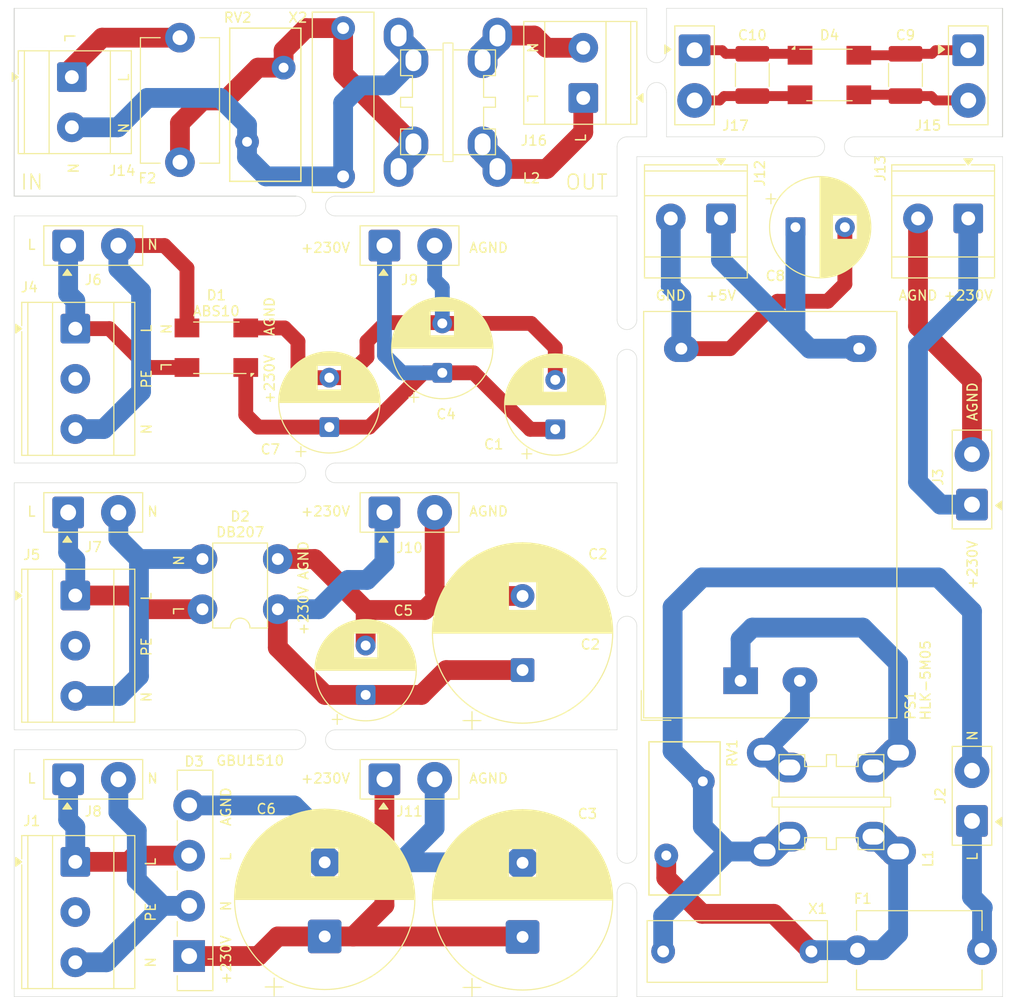
<source format=kicad_pcb>
(kicad_pcb (version 20241229) (generator "pcbnew") (generator_version "9.0")
  (layers (0 "F.Cu" signal) (2 "B.Cu" signal) (13 "F.Paste" user) (15 "B.Paste" user) (5 "F.SilkS" user "F.Silkscreen") (7 "B.SilkS" user "B.Silkscreen") (1 "F.Mask" user) (3 "B.Mask" user) (25 "Edge.Cuts" user))
  (net 0 "")
  (net 1 "/High Voltage/DC1+230V")
  (net 2 "/High Voltage/DC1-230V")
  (net 3 "/High Voltage/DC2-230V")
  (net 4 "/High Voltage/DC2+230V")
  (net 5 "/High Voltage/DC3+230V")
  (net 6 "/High Voltage/DC3-230V")
  (net 7 "/High Voltage/N1")
  (net 8 "/High Voltage/L1")
  (net 9 "/High Voltage/L2")
  (net 10 "/High Voltage/N2")
  (net 11 "/High Voltage/L3")
  (net 12 "/High Voltage/N3")
  (net 13 "/High Voltage/PE1")
  (net 14 "/High Voltage/PE2")
  (net 15 "/High Voltage/PE3")
  (net 16 "/High Voltage/DC+5V")
  (net 17 "/High Voltage/DC-GND")
  (net 18 "/High Voltage/TIN_L")
  (net 19 "/High Voltage/DCP+230V")
  (net 20 "/High Voltage/DCP-230V")
  (net 21 "/High Voltage/TOUT_N")
  (net 22 "/High Voltage/TOUT_L")
  (net 23 "/High Voltage/LP")
  (net 24 "/High Voltage/NP")
  (net 25 "/High Voltage/L4")
  (net 26 "/High Voltage/TIN_L4")
  (net 27 "/High Voltage/N4")
  (net 28 "/High Voltage/TOUT_N4")
  (net 29 "/High Voltage/TOUT_L4")
  (net 30 "/High Voltage/L5")
  (net 31 "/High Voltage/N5")
  (net 32 "/High Voltage/+5")
  (net 33 "/High Voltage/-5")
  (footprint "TerminalBlock_Phoenix:TerminalBlock_Phoenix_MKDS-3-3-5.08_1x03_P5.08mm_Horizontal" (layer "F.Cu") (at 51.1825 72.406 -90)
    (property "Reference" "J4")
    (property "Value" "AC-Input-230V")
  )
  (footprint "TerminalBlock_Phoenix:TerminalBlock_Phoenix_MKDS-3-3-5.08_1x03_P5.08mm_Horizontal" (layer "F.Cu") (at 51.1825 99.406 -90)
    (property "Reference" "J5")
    (property "Value" "AC-Input-230V")
  )
  (footprint "Capacitor_THT:CP_Radial_D10.0mm_P5.00mm" (layer "F.Cu") (at 99.745 82.59 90)
    (property "Reference" "C1")
    (property "Value" "6.8uF")
  )
  (footprint "zhaw:TerminalBlock_P5.08mm_Horizontal" (layer "F.Cu") (at 53 64)
    (property "Reference" "J6")
    (property "Value" "AC-P-230V")
  )
  (footprint "Diode_THT:Diode_Bridge_Vishay_GBU" (layer "F.Cu") (at 62.7 135.885 90)
    (property "Reference" "D3")
    (property "Value" "GBU1510")
  )
  (footprint "Capacitor_THT:CP_Radial_D18.0mm_P7.50mm" (layer "F.Cu") (at 96.435 106.95278 90)
    (property "Reference" "C2")
    (property "Value" "100uF")
  )
  (footprint "Converter_ACDC:Converter_ACDC_Hi-Link_HLK-5Mxx" (layer "F.Cu") (at 118.4995 108.029 90)
    (property "Reference" "PS1")
    (property "Value" "HLK-5M05")
  )
  (footprint "TerminalBlock_Phoenix:TerminalBlock_Phoenix_MKDS-3-2-5.08_1x02_P5.08mm_Horizontal" (layer "F.Cu") (at 50.8325 46.955 -90)
    (property "Reference" "J14")
    (property "Value" "AC-Input-230V")
  )
  (footprint "Capacitor_THT:CP_Radial_D18.0mm_P7.50mm" (layer "F.Cu") (at 76.416 133.90178 90)
    (property "Reference" "C6")
    (property "Value" "100uF")
  )
  (footprint "zhaw:Fuse_Cylinder_3.6x10mm_Horizontal" (layer "F.Cu") (at 61.772 42.966 -90)
    (property "Reference" "F2")
    (property "Value" "Fuse")
  )
  (footprint "Capacitor_THT:CP_Radial_D10.0mm_P5.00mm" (layer "F.Cu") (at 124.047323 62.143)
    (property "Reference" "C8")
    (property "Value" "220uF")
  )
  (footprint "Varistor:RV_Disc_D15.5mm_W7.2mm_P7.5mm" (layer "F.Cu") (at 110.976 125.71 90)
    (property "Reference" "RV1")
    (property "Value" "Varistor")
  )
  (footprint "Diode_SMD:Diode_Bridge_Diotec_ABS" (layer "F.Cu") (at 127.485 46.744)
    (property "Reference" "D4")
    (property "Value" "ABS10")
  )
  (footprint "TerminalBlock_Phoenix:TerminalBlock_Phoenix_MKDS-3-2-5.08_1x02_P5.08mm_Horizontal" (layer "F.Cu") (at 116.514 61.254 180)
    (property "Reference" "J12")
    (property "Value" "DC-Output-5V")
  )
  (footprint "Diode_SMD:Diode_Bridge_Diotec_ABS" (layer "F.Cu") (at 65.455 74.335 180)
    (property "Reference" "D1")
    (property "Value" "ABS10")
  )
  (footprint "Capacitor_SMD:C_1812_4532Metric_Pad1.57x3.40mm_HandSolder" (layer "F.Cu") (at 135.178 46.7375 -90)
    (property "Reference" "C9")
    (property "Value" "0.1uF")
  )
  (footprint "Capacitor_THT:CP_Radial_D18.0mm_P7.50mm" (layer "F.Cu") (at 96.435 133.95278 90)
    (property "Reference" "C3")
    (property "Value" "100uF")
  )
  (footprint "zhaw:TerminalBlock_P5.08mm_Horizontal" (layer "F.Cu") (at 141.528 46.776 -90)
    (property "Reference" "J15")
    (property "Value" "AC-P-230V")
  )
  (footprint "zhaw:TerminalBlock_P5.08mm_Horizontal" (layer "F.Cu") (at 85 64)
    (property "Reference" "J9")
    (property "Value" "DC-P-230V")
  )
  (footprint "zhaw:TerminalBlock_P5.08mm_Horizontal" (layer "F.Cu") (at 85 118)
    (property "Reference" "J11")
    (property "Value" "DC-P-230V")
  )
  (footprint "TerminalBlock_Phoenix:TerminalBlock_Phoenix_MKDS-3-2-5.08_1x02_P5.08mm_Horizontal" (layer "F.Cu") (at 141.528 61.254 180)
    (property "Reference" "J13")
    (property "Value" "DC-Output-230V")
  )
  (footprint "Capacitor_THT:C_Rect_L18.0mm_W6.0mm_P15.00mm_FKS3_FKP3" (layer "F.Cu") (at 78.282 42 -90)
    (property "Reference" "X2")
    (property "Value" "0.1uF")
  )
  (footprint "Capacitor_THT:C_Rect_L18.0mm_W6.0mm_P15.00mm_FKS3_FKP3" (layer "F.Cu") (at 125.66 135.422 180)
    (property "Reference" "X1")
    (property "Value" "0.1uF")
  )
  (footprint "TerminalBlock_Phoenix:TerminalBlock_Phoenix_MKDS-3-2-5.08_1x02_P5.08mm_Horizontal" (layer "F.Cu") (at 102.5795 49.067 90)
    (property "Reference" "J16")
    (property "Value" "AC-Output-230V")
  )
  (footprint "Capacitor_SMD:C_1812_4532Metric_Pad1.57x3.40mm_HandSolder" (layer "F.Cu") (at 119.684 46.7375 -90)
    (property "Reference" "C10")
    (property "Value" "0.1uF")
  )
  (footprint "zhaw:L_CommonMode_UU9.8_UU10.5" (layer "F.Cu") (at 127.685 120.309 -90)
    (property "Reference" "L1")
    (property "Value" "UU9.8 10mH")
  )
  (footprint "zhaw:TerminalBlock_P5.08mm_Horizontal" (layer "F.Cu") (at 53 91)
    (property "Reference" "J7")
    (property "Value" "AC-P-230V")
  )
  (footprint "Capacitor_THT:CP_Radial_D10.0mm_P5.00mm" (layer "F.Cu") (at 76.885 82.367677 90)
    (property "Reference" "C7")
    (property "Value" "6.8uF")
  )
  (footprint "Diode_THT:Diode_Bridge_DIP-4_W7.62mm_P5.08mm" (layer "F.Cu") (at 71.67 100.795 180)
    (property "Reference" "D2")
    (property "Value" "DB207")
  )
  (footprint "zhaw:TerminalBlock_P5.08mm_Horizontal" (layer "F.Cu") (at 113.842 46.776 -90)
    (property "Reference" "J17")
    (property "Value" "AC-P-230V")
  )
  (footprint "zhaw:L_CommonMode_UU9.8_UU10.5" (layer "F.Cu") (at 88.894 49.502 180)
    (property "Reference" "L2")
    (property "Value" "UU9.8 10mH")
  )
  (footprint "Capacitor_THT:CP_Radial_D10.0mm_P5.00mm" (layer "F.Cu") (at 80.56 109.465 90)
    (property "Reference" "C5")
    (property "Value" "6.8uF")
  )
  (footprint "TerminalBlock_Phoenix:TerminalBlock_Phoenix_MKDS-3-3-5.08_1x03_P5.08mm_Horizontal" (layer "F.Cu") (at 51.1825 126.355 -90)
    (property "Reference" "J1")
    (property "Value" "AC-Input-230V")
  )
  (footprint "Varistor:RV_Disc_D15.5mm_W7.2mm_P7.5mm" (layer "F.Cu") (at 72.258 46 -90)
    (property "Reference" "RV2")
    (property "Value" "Varistor")
  )
  (footprint "zhaw:TerminalBlock_P5.08mm_Horizontal" (layer "F.Cu") (at 141.909 87.67 90)
    (property "Reference" "J3")
    (property "Value" "DC-P-230V")
  )
  (footprint "zhaw:TerminalBlock_P5.08mm_Horizontal" (layer "F.Cu") (at 85 91)
    (property "Reference" "J10")
    (property "Value" "DC-P-230V")
  )
  (footprint "zhaw:Fuse_Cylinder_3.6x10mm_Horizontal" (layer "F.Cu") (at 142.925 135.295 180)
    (property "Reference" "F1")
    (property "Value" "Fuse")
  )
  (footprint "zhaw:TerminalBlock_P5.08mm_Horizontal" (layer "F.Cu") (at 141.909 119.674 90)
    (property "Reference" "J2")
    (property "Value" "AC-P-230V")
  )
  (footprint "Capacitor_THT:CP_Radial_D10.0mm_P5.00mm" (layer "F.Cu") (at 88.315 76.875 90)
    (property "Reference" "C4")
    (property "Value" "6.8uF")
  )
  (footprint "zhaw:TerminalBlock_P5.08mm_Horizontal" (layer "F.Cu") (at 53 118)
    (property "Reference" "J8")
    (property "Value" "AC-P-230V")
  )
  (gr_line (start 109 53) (end 109 48.5) (stroke (width 0.05)) (layer "Edge.Cuts"))
  (gr_arc (start 109 48.5) (mid 110 47.5) (end 111 48.5) (stroke (width 0.05)) (layer "Edge.Cuts"))
  (gr_line (start 108 102.5) (end 108 125.5) (stroke (width 0.05)) (layer "Edge.Cuts"))
  (gr_line (start 145 55) (end 130 55) (stroke (width 0.05)) (layer "Edge.Cuts"))
  (gr_line (start 45 86) (end 73.5 86) (stroke (width 0.05)) (layer "Edge.Cuts"))
  (gr_arc (start 108 71.5) (mid 107 72.5) (end 106 71.5) (stroke (width 0.05)) (layer "Edge.Cuts"))
  (gr_line (start 145 40) (end 145 53) (stroke (width 0.1)) (layer "Edge.Cuts"))
  (gr_line (start 45 88) (end 73.5 88) (stroke (width 0.05)) (layer "Edge.Cuts"))
  (gr_line (start 108 129.5) (end 108 140) (stroke (width 0.05)) (layer "Edge.Cuts"))
  (gr_arc (start 73.5 113) (mid 74.5 114) (end 73.5 115) (stroke (width 0.05)) (layer "Edge.Cuts"))
  (gr_line (start 77.5 88) (end 106 88) (stroke (width 0.05)) (layer "Edge.Cuts"))
  (gr_line (start 106 61) (end 106 71.5) (stroke (width 0.05)) (layer "Edge.Cuts"))
  (gr_arc (start 108 98.5) (mid 107 99.5) (end 106 98.5) (stroke (width 0.05)) (layer "Edge.Cuts"))
  (gr_line (start 45 140) (end 45 115) (stroke (width 0.05)) (layer "Edge.Cuts"))
  (gr_line (start 45 61) (end 45 86) (stroke (width 0.05)) (layer "Edge.Cuts"))
  (gr_line (start 130 53) (end 145 53) (stroke (width 0.05)) (layer "Edge.Cuts"))
  (gr_arc (start 106 102.5) (mid 107 101.5) (end 108 102.5) (stroke (width 0.05)) (layer "Edge.Cuts"))
  (gr_line (start 106 102.5) (end 106 113) (stroke (width 0.05)) (layer "Edge.Cuts"))
  (gr_line (start 77.5 113) (end 106 113) (stroke (width 0.05)) (layer "Edge.Cuts"))
  (gr_line (start 107 53) (end 109 53) (stroke (width 0.05)) (layer "Edge.Cuts"))
  (gr_arc (start 73.5 59) (mid 74.5 60) (end 73.5 61) (stroke (width 0.05)) (layer "Edge.Cuts"))
  (gr_arc (start 106 75.5) (mid 107 74.5) (end 108 75.5) (stroke (width 0.05)) (layer "Edge.Cuts"))
  (gr_line (start 106 59) (end 106 54) (stroke (width 0.05)) (layer "Edge.Cuts"))
  (gr_line (start 77.5 61) (end 106 61) (stroke (width 0.05)) (layer "Edge.Cuts"))
  (gr_arc (start 73.5 86) (mid 74.5 87) (end 73.5 88) (stroke (width 0.05)) (layer "Edge.Cuts"))
  (gr_line (start 108 140) (end 145 140) (stroke (width 0.05)) (layer "Edge.Cuts"))
  (gr_arc (start 130 55) (mid 129 54) (end 130 53) (stroke (width 0.05)) (layer "Edge.Cuts"))
  (gr_arc (start 77.5 115) (mid 76.5 114) (end 77.5 113) (stroke (width 0.05)) (layer "Edge.Cuts"))
  (gr_arc (start 111 44.5) (mid 110 45.5) (end 109 44.5) (stroke (width 0.05)) (layer "Edge.Cuts"))
  (gr_line (start 73.5 113) (end 45 113) (stroke (width 0.05)) (layer "Edge.Cuts"))
  (gr_line (start 109 44.5) (end 109 40) (stroke (width 0.05)) (layer "Edge.Cuts"))
  (gr_line (start 111 44.5) (end 111 40) (stroke (width 0.05)) (layer "Edge.Cuts"))
  (gr_line (start 109 40) (end 45 40) (stroke (width 0.05)) (layer "Edge.Cuts"))
  (gr_line (start 77.5 59) (end 106 59) (stroke (width 0.05)) (layer "Edge.Cuts"))
  (gr_line (start 73.5 59) (end 45 59) (stroke (width 0.1)) (layer "Edge.Cuts"))
  (gr_arc (start 108 125.5) (mid 107 126.5) (end 106 125.5) (stroke (width 0.05)) (layer "Edge.Cuts"))
  (gr_arc (start 106 129.5) (mid 107 128.5) (end 108 129.5) (stroke (width 0.05)) (layer "Edge.Cuts"))
  (gr_arc (start 106 54) (mid 106.292893 53.292893) (end 107 53) (stroke (width 0.05)) (layer "Edge.Cuts"))
  (gr_line (start 45 61) (end 73.5 61) (stroke (width 0.05)) (layer "Edge.Cuts"))
  (gr_arc (start 126 53) (mid 127 54) (end 126 55) (stroke (width 0.05)) (layer "Edge.Cuts"))
  (gr_line (start 106 140) (end 45 140) (stroke (width 0.05)) (layer "Edge.Cuts"))
  (gr_line (start 145 140) (end 145 55) (stroke (width 0.05)) (layer "Edge.Cuts"))
  (gr_line (start 108 75.5) (end 108 98.5) (stroke (width 0.05)) (layer "Edge.Cuts"))
  (gr_line (start 111 53) (end 126 53) (stroke (width 0.05)) (layer "Edge.Cuts"))
  (gr_arc (start 77.5 61) (mid 76.5 60) (end 77.5 59) (stroke (width 0.05)) (layer "Edge.Cuts"))
  (gr_arc (start 77.5 88) (mid 76.5 87) (end 77.5 86) (stroke (width 0.05)) (layer "Edge.Cuts"))
  (gr_line (start 126 55) (end 108 55) (stroke (width 0.05)) (layer "Edge.Cuts"))
  (gr_line (start 106 129.5) (end 106 140) (stroke (width 0.05)) (layer "Edge.Cuts"))
  (gr_line (start 77.5 115) (end 106 115) (stroke (width 0.05)) (layer "Edge.Cuts"))
  (gr_line (start 111 48.5) (end 111 53) (stroke (width 0.05)) (layer "Edge.Cuts"))
  (gr_line (start 77.5 86) (end 106 86) (stroke (width 0.05)) (layer "Edge.Cuts"))
  (gr_line (start 106 75.5) (end 106 86) (stroke (width 0.05)) (layer "Edge.Cuts"))
  (gr_line (start 111 40) (end 145 40) (stroke (width 0.05)) (layer "Edge.Cuts"))
  (gr_line (start 45 113) (end 45 88) (stroke (width 0.05)) (layer "Edge.Cuts"))
  (gr_line (start 108 55) (end 108 71.5) (stroke (width 0.05)) (layer "Edge.Cuts"))
  (gr_line (start 106 115) (end 106 125.5) (stroke (width 0.05)) (layer "Edge.Cuts"))
  (gr_line (start 45 115) (end 73.5 115) (stroke (width 0.05)) (layer "Edge.Cuts"))
  (gr_line (start 45 59) (end 45 40) (stroke (width 0.1)) (layer "Edge.Cuts"))
  (gr_line (start 106 88) (end 106 98.5) (stroke (width 0.05)) (layer "Edge.Cuts"))
  (gr_text "N" (at 67.018 131.44 90) (layer "F.SilkS") (effects (font (size 1 1)) (justify left bottom)))
  (gr_text "L" (at 96.824 49.062 270) (layer "F.SilkS") (effects (font (size 1 1)) (justify bottom)))
  (gr_text "PE" (at 59.398 131.44 90) (layer "F.SilkS") (effects (font (size 1 1)) (justify bottom)))
  (gr_text "AGND" (at 142.544 79.796 90) (layer "F.SilkS") (effects (font (size 1 1)) (justify bottom)))
  (gr_text "N" (at 50.342 56.174 270) (layer "F.SilkS") (effects (font (size 1 1)) (justify bottom)))
  (gr_text "+230V" (at 141.528 69.636 0) (layer "F.SilkS") (effects (font (size 1 1)) (justify bottom)))
  (gr_text "+230V" (at 67.018 136.266 90) (layer "F.SilkS") (effects (font (size 1 1)) (justify bottom)))
  (gr_text "IN" (at 46.786 58.46 0) (layer "F.SilkS") (effects (font (size 1.5 1.5)) (justify bottom)))
  (gr_text "L" (at 67.018 126.36 90) (layer "F.SilkS") (effects (font (size 1 1)) (justify left bottom)))
  (gr_text "N" (at 142.544 113.578 90) (layer "F.SilkS") (effects (font (size 1 1)) (justify bottom)))
  (gr_text "+230V" (at 76.5 91.48 0) (layer "F.SilkS") (effects (font (size 1 1)) (justify bottom)))
  (gr_text "OUT" (at 102.92 58.46 0) (layer "F.SilkS") (effects (font (size 1.5 1.5)) (justify bottom)))
  (gr_text "L" (at 56.692 47.03 90) (layer "F.SilkS") (effects (font (size 1 1)) (justify bottom)))
  (gr_text "AGND" (at 136.448 69.636 0) (layer "F.SilkS") (effects (font (size 1 1)) (justify bottom)))
  (gr_text "L" (at 142.544 125.828 90) (layer "F.SilkS") (effects (font (size 1 1)) (justify bottom)))
  (gr_text "L" (at 102.92 53.126 90) (layer "F.SilkS") (effects (font (size 1 1)) (justify bottom)))
  (gr_text "L" (at 46.75 64.5 0) (layer "F.SilkS") (effects (font (size 1 1)) (justify bottom)))
  (gr_text "L" (at 58.978 72.411 90) (layer "F.SilkS") (effects (font (size 1 1)) (justify bottom)))
  (gr_text "L" (at 50 42.966 270) (layer "F.SilkS") (effects (font (size 1 1)) (justify bottom)))
  (gr_text "N" (at 61 95.855 270) (layer "F.SilkS") (effects (font (size 1 1)) (justify bottom)))
  (gr_text "N" (at 58.978 82.571 90) (layer "F.SilkS") (effects (font (size 1 1)) (justify bottom)))
  (gr_text "+230V" (at 142.544 96.296 90) (layer "F.SilkS") (effects (font (size 1 1)) (justify bottom)))
  (gr_text "+230V" (at 76.5 64.81 0) (layer "F.SilkS") (effects (font (size 1 1)) (justify bottom)))
  (gr_text "N" (at 59 118.5 0) (layer "F.SilkS") (effects (font (size 1 1)) (justify bottom)))
  (gr_text "N" (at 58.97 109.672 90) (layer "F.SilkS") (effects (font (size 1 1)) (justify bottom)))
  (gr_text "AGND" (at 93 64.81 0) (layer "F.SilkS") (effects (font (size 1 1)) (justify bottom)))
  (gr_text "PE" (at 58.978 77.491 90) (layer "F.SilkS") (effects (font (size 1 1)) (justify bottom)))
  (gr_text "L" (at 46.75 91.5 0) (layer "F.SilkS") (effects (font (size 1 1)) (justify bottom)))
  (gr_text "N" (at 59.398 136.52 90) (layer "F.SilkS") (effects (font (size 1 1)) (justify bottom)))
  (gr_text "L" (at 46.75 118.5 0) (layer "F.SilkS") (effects (font (size 1 1)) (justify bottom)))
  (gr_text "+230V" (at 71.424 77.51 90) (layer "F.SilkS") (effects (font (size 1 1)) (justify bottom)))
  (gr_text "+230V" (at 76.5 118.5 0) (layer "F.SilkS") (effects (font (size 1 1)) (justify bottom)))
  (gr_text "L" (at 59.398 126.36 90) (layer "F.SilkS") (effects (font (size 1 1)) (justify bottom)))
  (gr_text "N" (at 59.74 72.43 270) (layer "F.SilkS") (effects (font (size 1 1)) (justify bottom)))
  (gr_text "N" (at 59 64.5 0) (layer "F.SilkS") (effects (font (size 1 1)) (justify bottom)))
  (gr_text "L" (at 58.97 99.512 90) (layer "F.SilkS") (effects (font (size 1 1)) (justify bottom)))
  (gr_text "L" (at 59.74 76.24 270) (layer "F.SilkS") (effects (font (size 1 1)) (justify bottom)))
  (gr_text "L" (at 61 100.935 270) (layer "F.SilkS") (effects (font (size 1 1)) (justify bottom)))
  (gr_text "N" (at 96.824 43.982 270) (layer "F.SilkS") (effects (font (size 1 1)) (justify bottom)))
  (gr_text "PE" (at 58.97 104.592 90) (layer "F.SilkS") (effects (font (size 1 1)) (justify bottom)))
  (gr_text "GND" (at 111.429 69.636 0) (layer "F.SilkS") (effects (font (size 1 1)) (justify bottom)))
  (gr_text "+5V" (at 116.509 69.636 0) (layer "F.SilkS") (effects (font (size 1 1)) (justify bottom)))
  (gr_text "N" (at 59 91.5 0) (layer "F.SilkS") (effects (font (size 1 1)) (justify bottom)))
  (gr_text "+230V" (at 74.845 100.935 90) (layer "F.SilkS") (effects (font (size 1 1)) (justify bottom)))
  (gr_text "AGND" (at 67.018 120.772 90) (layer "F.SilkS") (effects (font (size 1 1)) (justify bottom)))
  (gr_text "AGND" (at 93 91.48 0) (layer "F.SilkS") (effects (font (size 1 1)) (justify bottom)))
  (gr_text "AGND" (at 71.424 71.16 90) (layer "F.SilkS") (effects (font (size 1 1)) (justify bottom)))
  (gr_text "AGND" (at 74.845 95.855 90) (layer "F.SilkS") (effects (font (size 1 1)) (justify bottom)))
  (gr_text "AGND" (at 93 118.5 0) (layer "F.SilkS") (effects (font (size 1 1)) (justify bottom)))
  (gr_text "N" (at 56.692 52.11 90) (layer "F.SilkS") (effects (font (size 1 1)) (justify bottom)))
  (segment (start 97.205 82.59) (end 99.745 82.59) (width 1.5) (layer "F.Cu") (net 1))
  (segment (start 80.917323 82.367677) (end 86.41 76.875) (width 1.5) (layer "F.Cu") (net 1))
  (segment (start 76.885 82.367677) (end 80.917323 82.367677) (width 1.5) (layer "F.Cu") (net 1))
  (segment (start 68.43 81.12) (end 69.677677 82.367677) (width 1.5) (layer "F.Cu") (net 1))
  (segment (start 86.41 76.875) (end 88.315 76.875) (width 1.5) (layer "F.Cu") (net 1))
  (segment (start 88.315 76.875) (end 91.49 76.875) (width 1.5) (layer "F.Cu") (net 1))
  (segment (start 91.49 76.875) (end 97.205 82.59) (width 1.5) (layer "F.Cu") (net 1))
  (segment (start 69.677677 82.367677) (end 76.885 82.367677) (width 1.5) (layer "F.Cu") (net 1))
  (segment (start 68.43 76.335) (end 68.43 81.12) (width 1.5) (layer "F.Cu") (net 1))
  (segment (start 84.251 76.875) (end 82.46 75.084) (width 1.5) (layer "B.Cu") (net 1))
  (segment (start 82.46 75.084) (end 82.46 64) (width 1.5) (layer "B.Cu") (net 1))
  (segment (start 88.315 76.875) (end 84.251 76.875) (width 1.5) (layer "B.Cu") (net 1))
  (segment (start 88.235 71.795) (end 88.315 71.875) (width 1.5) (layer "F.Cu") (net 2))
  (segment (start 88.315 71.875) (end 97.285 71.875) (width 1.5) (layer "F.Cu") (net 2))
  (segment (start 68.43 72.335) (end 72.345 72.335) (width 1.5) (layer "F.Cu") (net 2))
  (segment (start 74.837677 77.367677) (end 76.885 77.367677) (width 1.5) (layer "F.Cu") (net 2))
  (segment (start 73.71 73.7) (end 73.71 76.24) (width 1.5) (layer "F.Cu") (net 2))
  (segment (start 97.285 71.875) (end 99.745 74.335) (width 1.5) (layer "F.Cu") (net 2))
  (segment (start 76.885 77.367677) (end 78.614823 77.367677) (width 1.5) (layer "F.Cu") (net 2))
  (segment (start 78.614823 77.367677) (end 80.695 75.2875) (width 1.5) (layer "F.Cu") (net 2))
  (segment (start 80.695 75.2875) (end 80.695 73.7) (width 1.5) (layer "F.Cu") (net 2))
  (segment (start 73.71 76.24) (end 74.837677 77.367677) (width 1.5) (layer "F.Cu") (net 2))
  (segment (start 80.695 73.7) (end 82.6 71.795) (width 1.5) (layer "F.Cu") (net 2))
  (segment (start 72.345 72.335) (end 73.71 73.7) (width 1.5) (layer "F.Cu") (net 2))
  (segment (start 82.6 71.795) (end 88.235 71.795) (width 1.5) (layer "F.Cu") (net 2))
  (segment (start 99.745 74.335) (end 99.745 77.59) (width 1.5) (layer "F.Cu") (net 2))
  (segment (start 87.54 67.464) (end 87.54 64) (width 1.5) (layer "B.Cu") (net 2))
  (segment (start 88.315 68.239) (end 87.54 67.464) (width 1.5) (layer "B.Cu") (net 2))
  (segment (start 88.315 71.875) (end 88.315 68.239) (width 1.5) (layer "B.Cu") (net 2))
  (segment (start 87.96222 99.45278) (end 96.435 99.45278) (width 2) (layer "F.Cu") (net 3))
  (segment (start 80.56 100.87) (end 86.545 100.87) (width 2) (layer "F.Cu") (net 3))
  (segment (start 87.54 99.03056) (end 87.54 91) (width 2) (layer "F.Cu") (net 3))
  (segment (start 71.67 95.715) (end 75.405 95.715) (width 2) (layer "F.Cu") (net 3))
  (segment (start 75.405 95.715) (end 80.56 100.87) (width 2) (layer "F.Cu") (net 3))
  (segment (start 80.56 100.87) (end 80.56 104.465) (width 2) (layer "F.Cu") (net 3))
  (segment (start 86.545 100.87) (end 87.96222 99.45278) (width 2) (layer "F.Cu") (net 3))
  (segment (start 87.96222 99.45278) (end 87.54 99.03056) (width 2) (layer "F.Cu") (net 3))
  (segment (start 76.455 109.465) (end 80.56 109.465) (width 2) (layer "F.Cu") (net 4))
  (segment (start 71.67 100.795) (end 71.67 104.68) (width 2) (layer "F.Cu") (net 4))
  (segment (start 71.67 104.68) (end 76.455 109.465) (width 2) (layer "F.Cu") (net 4))
  (segment (start 88.71722 106.95278) (end 96.435 106.95278) (width 2) (layer "F.Cu") (net 4))
  (segment (start 80.56 109.465) (end 86.205 109.465) (width 2) (layer "F.Cu") (net 4))
  (segment (start 86.205 109.465) (end 88.71722 106.95278) (width 2) (layer "F.Cu") (net 4))
  (segment (start 82.46 91) (end 82.46 96.065) (width 2) (layer "B.Cu") (net 4))
  (segment (start 78.79 97.83) (end 75.825 100.795) (width 2) (layer "B.Cu") (net 4))
  (segment (start 82.46 96.065) (end 80.695 97.83) (width 2) (layer "B.Cu") (net 4))
  (segment (start 75.825 100.795) (end 71.67 100.795) (width 2) (layer "B.Cu") (net 4))
  (segment (start 80.695 97.83) (end 78.79 97.83) (width 2) (layer "B.Cu") (net 4))
  (segment (start 82.46 130.73978) (end 79.298 133.90178) (width 2) (layer "F.Cu") (net 5))
  (segment (start 82.46 118) (end 82.46 130.73978) (width 2) (layer "F.Cu") (net 5))
  (segment (start 79.298 133.90178) (end 96.384 133.90178) (width 2) (layer "F.Cu") (net 5))
  (segment (start 71.67422 133.90178) (end 76.416 133.90178) (width 2) (layer "F.Cu") (net 5))
  (segment (start 76.416 133.90178) (end 79.298 133.90178) (width 2) (layer "F.Cu") (net 5))
  (segment (start 62.7 135.885) (end 69.691 135.885) (width 2) (layer "F.Cu") (net 5))
  (segment (start 69.691 135.885) (end 71.67422 133.90178) (width 2) (layer "F.Cu") (net 5))
  (segment (start 96.384 133.90178) (end 96.435 133.95278) (width 2) (layer "F.Cu") (net 5))
  (segment (start 87.54 122.93498) (end 84.0732 126.40178) (width 2) (layer "B.Cu") (net 6))
  (segment (start 96.384 126.40178) (end 96.435 126.45278) (width 2) (layer "B.Cu") (net 6))
  (segment (start 84.0732 126.40178) (end 96.384 126.40178) (width 2) (layer "B.Cu") (net 6))
  (segment (start 62.7 120.645) (end 73.3094 120.645) (width 2) (layer "B.Cu") (net 6))
  (segment (start 73.3094 120.645) (end 76.416 123.7516) (width 2) (layer "B.Cu") (net 6))
  (segment (start 87.54 118) (end 87.54 122.93498) (width 2) (layer "B.Cu") (net 6))
  (segment (start 76.416 123.7516) (end 76.416 126.40178) (width 2) (layer "B.Cu") (net 6))
  (segment (start 76.416 126.40178) (end 84.0732 126.40178) (width 2) (layer "B.Cu") (net 6))
  (segment (start 60.2 64) (end 62.48 66.28) (width 1.5) (layer "F.Cu") (net 7))
  (segment (start 62.48 66.28) (end 62.48 72.335) (width 1.5) (layer "F.Cu") (net 7))
  (segment (start 55.54 64) (end 60.2 64) (width 1.5) (layer "F.Cu") (net 7))
  (segment (start 55.54 66.325) (end 55.54 64) (width 2) (layer "B.Cu") (net 7))
  (segment (start 54.049 82.566) (end 57.835 78.78) (width 2) (layer "B.Cu") (net 7))
  (segment (start 51.1825 82.566) (end 54.049 82.566) (width 2) (layer "B.Cu") (net 7))
  (segment (start 57.835 78.78) (end 57.835 68.62) (width 2) (layer "B.Cu") (net 7))
  (segment (start 57.835 68.62) (end 55.54 66.325) (width 2) (layer "B.Cu") (net 7))
  (segment (start 54.636 72.406) (end 58.565 76.335) (width 1.5) (layer "F.Cu") (net 8))
  (segment (start 51.1825 72.406) (end 54.636 72.406) (width 1.5) (layer "F.Cu") (net 8))
  (segment (start 58.565 76.335) (end 62.48 76.335) (width 1.5) (layer "F.Cu") (net 8))
  (segment (start 51.1825 69.5875) (end 51.1825 72.406) (width 2) (layer "B.Cu") (net 8))
  (segment (start 50.46 68.865) (end 51.1825 69.5875) (width 2) (layer "B.Cu") (net 8))
  (segment (start 50.46 64) (end 50.46 68.865) (width 2) (layer "B.Cu") (net 8))
  (segment (start 56.871 99.406) (end 58.26 100.795) (width 2) (layer "F.Cu") (net 9))
  (segment (start 58.26 100.795) (end 64.05 100.795) (width 2) (layer "F.Cu") (net 9))
  (segment (start 51.1825 99.406) (end 56.871 99.406) (width 2) (layer "F.Cu") (net 9))
  (segment (start 51.1825 99.406) (end 51.1825 95.7675) (width 2) (layer "B.Cu") (net 9))
  (segment (start 51.1825 95.7675) (end 50.46 95.045) (width 2) (layer "B.Cu") (net 9))
  (segment (start 50.46 95.045) (end 50.46 91) (width 2) (layer "B.Cu") (net 9))
  (segment (start 55.54 93.63) (end 57.625 95.715) (width 2) (layer "B.Cu") (net 10))
  (segment (start 55.624 109.566) (end 57.625 107.565) (width 2) (layer "B.Cu") (net 10))
  (segment (start 57.625 95.715) (end 64.05 95.715) (width 2) (layer "B.Cu") (net 10))
  (segment (start 55.54 91) (end 55.54 93.63) (width 2) (layer "B.Cu") (net 10))
  (segment (start 51.1825 109.566) (end 55.624 109.566) (width 2) (layer "B.Cu") (net 10))
  (segment (start 57.625 107.565) (end 57.625 95.715) (width 2) (layer "B.Cu") (net 10))
  (segment (start 51.1825 126.355) (end 56.5642 126.355) (width 2) (layer "F.Cu") (net 11))
  (segment (start 56.5642 126.355) (end 57.1942 125.725) (width 2) (layer "F.Cu") (net 11))
  (segment (start 57.1942 125.725) (end 62.7 125.725) (width 2) (layer "F.Cu") (net 11))
  (segment (start 50.46 122.096) (end 50.46 118) (width 2) (layer "B.Cu") (net 11))
  (segment (start 51.1825 122.8185) (end 50.46 122.096) (width 2) (layer "B.Cu") (net 11))
  (segment (start 51.1825 126.355) (end 51.1825 122.8185) (width 2) (layer "B.Cu") (net 11))
  (segment (start 54.329 136.515) (end 60.039 130.805) (width 2) (layer "B.Cu") (net 12))
  (segment (start 55.54 121.316) (end 57.4032 123.1792) (width 2) (layer "B.Cu") (net 12))
  (segment (start 51.1825 136.515) (end 54.329 136.515) (width 2) (layer "B.Cu") (net 12))
  (segment (start 55.54 118) (end 55.54 121.316) (width 2) (layer "B.Cu") (net 12))
  (segment (start 57.4032 128.1692) (end 60.039 130.805) (width 2) (layer "B.Cu") (net 12))
  (segment (start 57.4032 123.1792) (end 57.4032 128.1692) (width 2) (layer "B.Cu") (net 12))
  (segment (start 60.039 130.805) (end 62.7 130.805) (width 2) (layer "B.Cu") (net 12))
  (segment (start 116.514 61.254) (end 116.514 65.45) (width 2) (layer "B.Cu") (net 16))
  (segment (start 125.493 74.429) (end 124.047323 72.983323) (width 2) (layer "B.Cu") (net 16))
  (segment (start 130.4995 74.429) (end 125.493 74.429) (width 2) (layer "B.Cu") (net 16))
  (segment (start 124.047323 62.143) (end 124.047323 72.983323) (width 2) (layer "B.Cu") (net 16))
  (segment (start 116.514 65.45) (end 124.047323 72.983323) (width 2) (layer "B.Cu") (net 16))
  (segment (start 129.047323 62.143) (end 129.047323 67.892677) (width 1.5) (layer "F.Cu") (net 17))
  (segment (start 127.304 69.636) (end 122.224 69.636) (width 1.5) (layer "F.Cu") (net 17))
  (segment (start 129.047323 67.892677) (end 127.304 69.636) (width 1.5) (layer "F.Cu") (net 17))
  (segment (start 122.224 69.636) (end 117.431 74.429) (width 1.5) (layer "F.Cu") (net 17))
  (segment (start 117.431 74.429) (end 112.4995 74.429) (width 1.5) (layer "F.Cu") (net 17))
  (segment (start 112.4995 69.2005) (end 112.4995 74.429) (width 2) (layer "B.Cu") (net 17))
  (segment (start 111.434 61.254) (end 111.434 68.135) (width 2) (layer "B.Cu") (net 17))
  (segment (start 111.434 68.135) (end 112.4995 69.2005) (width 2) (layer "B.Cu") (net 17))
  (segment (start 133.435 125.309) (end 131.935 123.809) (width 2) (layer "F.Cu") (net 18))
  (segment (start 134.435 125.309) (end 133.435 125.309) (width 2) (layer "F.Cu") (net 18))
  (segment (start 110.976 127.976) (end 114.612 131.612) (width 2) (layer "F.Cu") (net 18))
  (segment (start 131.935 123.809) (end 132.935 123.809) (width 2) (layer "F.Cu") (net 18))
  (segment (start 110.976 125.71) (end 110.976 127.976) (width 2) (layer "F.Cu") (net 18))
  (segment (start 121.85 131.612) (end 125.66 135.422) (width 2) (layer "F.Cu") (net 18))
  (segment (start 132.935 123.809) (end 134.435 125.309) (width 2) (layer "F.Cu") (net 18))
  (segment (start 114.612 131.612) (end 121.85 131.612) (width 2) (layer "F.Cu") (net 18))
  (segment (start 130.325 135.295) (end 125.787 135.295) (width 2) (layer "B.Cu") (net 18))
  (segment (start 134.435 125.309) (end 133.435 125.309) (width 2) (layer "B.Cu") (net 18))
  (segment (start 125.787 135.295) (end 125.66 135.422) (width 2) (layer "B.Cu") (net 18))
  (segment (start 133.435 125.309) (end 131.935 123.809) (width 2) (layer "B.Cu") (net 18))
  (segment (start 131.935 123.809) (end 132.935 123.809) (width 2) (layer "B.Cu") (net 18))
  (segment (start 134.435 133.625) (end 134.435 125.309) (width 2) (layer "B.Cu") (net 18))
  (segment (start 130.325 135.295) (end 132.765 135.295) (width 2) (layer "B.Cu") (net 18))
  (segment (start 132.935 123.809) (end 134.435 125.309) (width 2) (layer "B.Cu") (net 18))
  (segment (start 132.765 135.295) (end 134.435 133.625) (width 2) (layer "B.Cu") (net 18))
  (segment (start 141.528 69.128) (end 136.448 74.208) (width 2) (layer "B.Cu") (net 19))
  (segment (start 136.448 74.208) (end 136.448 87.924) (width 2) (layer "B.Cu") (net 19))
  (segment (start 138.734 90.21) (end 141.909 90.21) (width 2) (layer "B.Cu") (net 19))
  (segment (start 141.528 61.254) (end 141.528 69.128) (width 2) (layer "B.Cu") (net 19))
  (segment (start 136.448 87.924) (end 138.734 90.21) (width 2) (layer "B.Cu") (net 19))
  (segment (start 136.448 61.254) (end 136.448 72.176) (width 2) (layer "F.Cu") (net 20))
  (segment (start 136.448 72.176) (end 141.909 77.637) (width 2) (layer "F.Cu") (net 20))
  (segment (start 141.909 77.637) (end 141.909 85.13) (width 2) (layer "F.Cu") (net 20))
  (segment (start 120.935 115.309) (end 121.935 115.309) (width 2) (layer "F.Cu") (net 21))
  (segment (start 122.435 116.809) (end 120.935 115.309) (width 2) (layer "F.Cu") (net 21))
  (segment (start 123.435 116.809) (end 122.435 116.809) (width 2) (layer "F.Cu") (net 21))
  (segment (start 121.935 115.309) (end 123.435 116.809) (width 2) (layer "F.Cu") (net 21))
  (segment (start 120.935 115.309) (end 121.935 115.309) (width 2) (layer "B.Cu") (net 21))
  (segment (start 124.4995 111.5565) (end 124.4995 108.029) (width 2) (layer "B.Cu") (net 21))
  (segment (start 121.935 115.309) (end 123.435 116.809) (width 2) (layer "B.Cu") (net 21))
  (segment (start 120.935 115.121) (end 124.4995 111.5565) (width 2) (layer "B.Cu") (net 21))
  (segment (start 123.435 116.809) (end 122.435 116.809) (width 2) (layer "B.Cu") (net 21))
  (segment (start 122.435 116.809) (end 120.935 115.309) (width 2) (layer "B.Cu") (net 21))
  (segment (start 120.935 115.309) (end 120.935 115.121) (width 2) (layer "B.Cu") (net 21))
  (segment (start 131.935 116.809) (end 132.935 116.809) (width 2) (layer "F.Cu") (net 22))
  (segment (start 133.435 115.309) (end 131.935 116.809) (width 2) (layer "F.Cu") (net 22))
  (segment (start 134.435 115.309) (end 133.435 115.309) (width 2) (layer "F.Cu") (net 22))
  (segment (start 132.935 116.809) (end 134.435 115.309) (width 2) (layer "F.Cu") (net 22))
  (segment (start 118.4995 103.8405) (end 118.4995 108.029) (width 2) (layer "B.Cu") (net 22))
  (segment (start 134.435 106.231) (end 130.86 102.656) (width 2) (layer "B.Cu") (net 22))
  (segment (start 132.935 116.809) (end 134.435 115.309) (width 2) (layer "B.Cu") (net 22))
  (segment (start 134.435 115.309) (end 133.435 115.309) (width 2) (layer "B.Cu") (net 22))
  (segment (start 131.935 116.809) (end 132.935 116.809) (width 2) (layer "B.Cu") (net 22))
  (segment (start 130.86 102.656) (end 119.684 102.656) (width 2) (layer "B.Cu") (net 22))
  (segment (start 119.684 102.656) (end 118.4995 103.8405) (width 2) (layer "B.Cu") (net 22))
  (segment (start 134.435 115.309) (end 134.435 106.231) (width 2) (layer "B.Cu") (net 22))
  (segment (start 133.435 115.309) (end 131.935 116.809) (width 2) (layer "B.Cu") (net 22))
  (segment (start 143 131) (end 142.925 131.075) (width 2) (layer "B.Cu") (net 23))
  (segment (start 141.909 122.214) (end 141.909 129.909) (width 2) (layer "B.Cu") (net 23))
  (segment (start 141.909 129.909) (end 143 131) (width 2) (layer "B.Cu") (net 23))
  (segment (start 142.925 131.075) (end 142.925 135.295) (width 2) (layer "B.Cu") (net 23))
  (segment (start 120.935 125.309) (end 121.935 125.309) (width 2) (layer "F.Cu") (net 24))
  (segment (start 120.935 125.309) (end 122.435 123.809) (width 2) (layer "F.Cu") (net 24))
  (segment (start 122.435 123.809) (end 123.435 123.809) (width 2) (layer "F.Cu") (net 24))
  (segment (start 121.935 125.309) (end 123.435 123.809) (width 2) (layer "F.Cu") (net 24))
  (segment (start 141.909 117.134) (end 141.909 101.005) (width 2) (layer "B.Cu") (net 24))
  (segment (start 120.935 125.309) (end 121.935 125.309) (width 2) (layer "B.Cu") (net 24))
  (segment (start 114.604 97.576) (end 111.62 100.56) (width 2) (layer "B.Cu") (net 24))
  (segment (start 121.935 125.309) (end 123.435 123.809) (width 2) (layer "B.Cu") (net 24))
  (segment (start 117.191 125.309) (end 120.935 125.309) (width 2) (layer "B.Cu") (net 24))
  (segment (start 110.66 131.84) (end 117.191 125.309) (width 2) (layer "B.Cu") (net 24))
  (segment (start 111.62 115.154) (end 114.676 118.21) (width 2) (layer "B.Cu") (net 24))
  (segment (start 111.62 100.56) (end 111.62 115.154) (width 2) (layer "B.Cu") (net 24))
  (segment (start 123.435 123.809) (end 122.435 123.809) (width 2) (layer "B.Cu") (net 24))
  (segment (start 122.435 123.809) (end 120.935 125.309) (width 2) (layer "B.Cu") (net 24))
  (segment (start 110.66 135.422) (end 110.66 131.84) (width 2) (layer "B.Cu") (net 24))
  (segment (start 114.676 122.794) (end 117.191 125.309) (width 2) (layer "B.Cu") (net 24))
  (segment (start 114.676 118.21) (end 114.676 122.794) (width 2) (layer "B.Cu") (net 24))
  (segment (start 141.909 101.005) (end 138.48 97.576) (width 2) (layer "B.Cu") (net 24))
  (segment (start 138.48 97.576) (end 114.604 97.576) (width 2) (layer "B.Cu") (net 24))
  (segment (start 53.898 42.966) (end 61.772 42.966) (width 2) (layer "F.Cu") (net 25))
  (segment (start 50.8325 46.0315) (end 53.898 42.966) (width 2) (layer "F.Cu") (net 25))
  (segment (start 50.8325 46.955) (end 50.8325 46.0315) (width 2) (layer "F.Cu") (net 25))
  (segment (start 66.344 49.316) (end 69.66 46) (width 2) (layer "F.Cu") (net 26))
  (segment (start 83.894 56.252) (end 83.894 55.252) (width 2) (layer "F.Cu") (net 26))
  (segment (start 69.66 46) (end 72.258 46) (width 2) (layer "F.Cu") (net 26))
  (segment (start 78.282 42) (end 78.282 46.64) (width 2) (layer "F.Cu") (net 26))
  (segment (start 85.394 53.752) (end 85.394 54.752) (width 2) (layer "F.Cu") (net 26))
  (segment (start 64.058 49.316) (end 66.344 49.316) (width 2) (layer "F.Cu") (net 26))
  (segment (start 83.894 55.252) (end 85.394 53.752) (width 2) (layer "F.Cu") (net 26))
  (segment (start 72.258 46) (end 72.258 44.264) (width 2) (layer "F.Cu") (net 26))
  (segment (start 78.282 46.64) (end 85.394 53.752) (width 2) (layer "F.Cu") (net 26))
  (segment (start 85.394 54.752) (end 83.894 56.252) (width 2) (layer "F.Cu") (net 26))
  (segment (start 61.772 55.566) (end 61.772 51.602) (width 2) (layer "F.Cu") (net 26))
  (segment (start 61.772 51.602) (end 64.058 49.316) (width 2) (layer "F.Cu") (net 26))
  (segment (start 74.522 42) (end 78.282 42) (width 2) (layer "F.Cu") (net 26))
  (segment (start 72.258 44.264) (end 74.522 42) (width 2) (layer "F.Cu") (net 26))
  (segment (start 85.394 54.752) (end 83.894 56.252) (width 2) (layer "B.Cu") (net 26))
  (segment (start 85.394 53.752) (end 85.394 54.752) (width 2) (layer "B.Cu") (net 26))
  (segment (start 83.894 56.252) (end 83.894 55.252) (width 2) (layer "B.Cu") (net 26))
  (segment (start 83.894 55.252) (end 85.394 53.752) (width 2) (layer "B.Cu") (net 26))
  (segment (start 83.894 43.752) (end 85.394 45.252) (width 2) (layer "F.Cu") (net 27))
  (segment (start 85.394 44.252) (end 83.894 42.752) (width 2) (layer "F.Cu") (net 27))
  (segment (start 85.394 45.252) (end 85.394 44.252) (width 2) (layer "F.Cu") (net 27))
  (segment (start 83.894 42.752) (end 83.894 43.752) (width 2) (layer "F.Cu") (net 27))
  (segment (start 83.894 43.752) (end 85.394 45.252) (width 2) (layer "B.Cu") (net 27))
  (segment (start 78.282 49.57) (end 80.06 47.792) (width 2) (layer "B.Cu") (net 27))
  (segment (start 82.854 47.792) (end 85.394 45.252) (width 2) (layer "B.Cu") (net 27))
  (segment (start 68.558 53.5) (end 68.558 55.086) (width 2) (layer "B.Cu") (net 27))
  (segment (start 78.282 57) (end 78.282 49.57) (width 2) (layer "B.Cu") (net 27))
  (segment (start 55.497 52.035) (end 58.47 49.062) (width 2) (layer "B.Cu") (net 27))
  (segment (start 85.394 45.252) (end 85.394 44.252) (width 2) (layer "B.Cu") (net 27))
  (segment (start 80.06 47.792) (end 82.854 47.792) (width 2) (layer "B.Cu") (net 27))
  (segment (start 50.8325 52.035) (end 55.497 52.035) (width 2) (layer "B.Cu") (net 27))
  (segment (start 68.558 51.784) (end 68.558 53.5) (width 2) (layer "B.Cu") (net 27))
  (segment (start 85.394 44.252) (end 83.894 42.752) (width 2) (layer "B.Cu") (net 27))
  (segment (start 70.472 57) (end 78.282 57) (width 2) (layer "B.Cu") (net 27))
  (segment (start 58.47 49.062) (end 65.836 49.062) (width 2) (layer "B.Cu") (net 27))
  (segment (start 83.894 42.752) (end 83.894 43.752) (width 2) (layer "B.Cu") (net 27))
  (segment (start 68.558 55.086) (end 70.472 57) (width 2) (layer "B.Cu") (net 27))
  (segment (start 65.836 49.062) (end 68.558 51.784) (width 2) (layer "B.Cu") (net 27))
  (segment (start 97.626 42.752) (end 98.861 43.987) (width 2) (layer "F.Cu") (net 28))
  (segment (start 93.894 43.752) (end 92.394 45.252) (width 2) (layer "F.Cu") (net 28))
  (segment (start 92.394 44.252) (end 93.894 42.752) (width 2) (layer "F.Cu") (net 28))
  (segment (start 93.894 42.752) (end 93.894 43.752) (width 2) (layer "F.Cu") (net 28))
  (segment (start 98.861 43.987) (end 102.5795 43.987) (width 2) (layer "F.Cu") (net 28))
  (segment (start 93.894 42.752) (end 97.626 42.752) (width 2) (layer "F.Cu") (net 28))
  (segment (start 92.394 45.252) (end 92.394 44.252) (width 2) (layer "F.Cu") (net 28))
  (segment (start 93.894 42.752) (end 93.894 43.752) (width 2) (layer "B.Cu") (net 28))
  (segment (start 92.394 45.252) (end 92.394 44.252) (width 2) (layer "B.Cu") (net 28))
  (segment (start 92.394 44.252) (end 93.894 42.752) (width 2) (layer "B.Cu") (net 28))
  (segment (start 93.894 43.752) (end 92.394 45.252) (width 2) (layer "B.Cu") (net 28))
  (segment (start 93.894 55.252) (end 92.394 53.752) (width 2) (layer "F.Cu") (net 29))
  (segment (start 92.394 54.752) (end 93.894 56.252) (width 2) (layer "F.Cu") (net 29))
  (segment (start 102.5795 52.5315) (end 102.5795 49.067) (width 2) (layer "F.Cu") (net 29))
  (segment (start 98.859 56.252) (end 102.5795 52.5315) (width 2) (layer "F.Cu") (net 29))
  (segment (start 93.894 56.252) (end 98.859 56.252) (width 2) (layer "F.Cu") (net 29))
  (segment (start 93.894 56.252) (end 93.894 55.252) (width 2) (layer "F.Cu") (net 29))
  (segment (start 92.394 53.752) (end 92.394 54.752) (width 2) (layer "F.Cu") (net 29))
  (segment (start 93.894 56.252) (end 93.894 55.252) (width 2) (layer "B.Cu") (net 29))
  (segment (start 93.894 55.252) (end 92.394 53.752) (width 2) (layer "B.Cu") (net 29))
  (segment (start 92.394 53.752) (end 92.394 54.752) (width 2) (layer "B.Cu") (net 29))
  (segment (start 92.394 54.752) (end 93.894 56.252) (width 2) (layer "B.Cu") (net 29))
  (segment (start 130.46 44.744) (end 135.034 44.744) (width 1) (layer "F.Cu") (net 30))
  (segment (start 135.178 44.6) (end 137.862 44.6) (width 1) (layer "F.Cu") (net 30))
  (segment (start 138.226 44.236) (end 141.528 44.236) (width 1) (layer "F.Cu") (net 30))
  (segment (start 135.034 44.744) (end 135.178 44.6) (width 1) (layer "F.Cu") (net 30))
  (segment (start 137.862 44.6) (end 138.226 44.236) (width 1) (layer "F.Cu") (net 30))
  (segment (start 135.178 48.875) (end 137.785 48.875) (width 1) (layer "F.Cu") (net 31))
  (segment (start 138.226 49.316) (end 141.528 49.316) (width 1) (layer "F.Cu") (net 31))
  (segment (start 135.047 48.744) (end 135.178 48.875) (width 1) (layer "F.Cu") (net 31))
  (segment (start 137.785 48.875) (end 138.226 49.316) (width 1) (layer "F.Cu") (net 31))
  (segment (start 130.46 48.744) (end 135.047 48.744) (width 1) (layer "F.Cu") (net 31))
  (segment (start 119.684 44.6) (end 124.366 44.6) (width 1) (layer "F.Cu") (net 32))
  (segment (start 113.842 44.236) (end 116.636 44.236) (width 1) (layer "F.Cu") (net 32))
  (segment (start 116.636 44.236) (end 117 44.6) (width 1) (layer "F.Cu") (net 32))
  (segment (start 124.366 44.6) (end 124.51 44.744) (width 1) (layer "F.Cu") (net 32))
  (segment (start 117 44.6) (end 119.684 44.6) (width 1) (layer "F.Cu") (net 32))
  (segment (start 124.379 48.875) (end 124.51 48.744) (width 1) (layer "F.Cu") (net 33))
  (segment (start 113.842 49.316) (end 116.382 49.316) (width 1) (layer "F.Cu") (net 33))
  (segment (start 116.382 49.316) (end 116.823 48.875) (width 1) (layer "F.Cu") (net 33))
  (segment (start 119.684 48.875) (end 124.379 48.875) (width 1) (layer "F.Cu") (net 33))
  (segment (start 116.823 48.875) (end 119.684 48.875) (width 1) (layer "F.Cu") (net 33))
)
</source>
